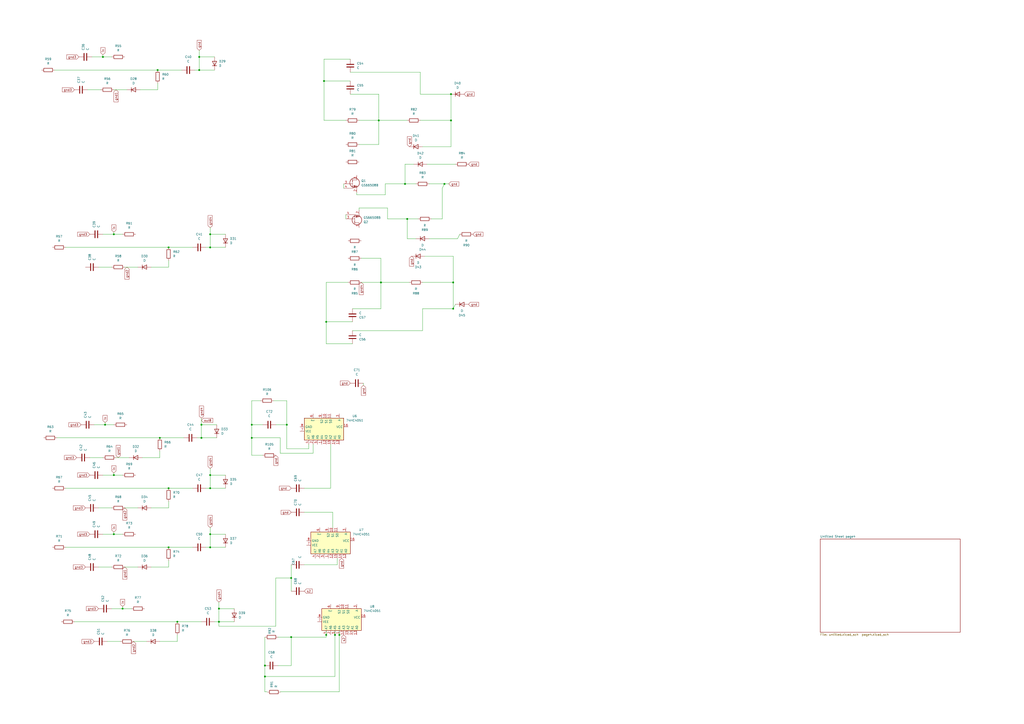
<source format=kicad_sch>
(kicad_sch (version 20231120) (generator "eeschema") (generator_version "8.0")
  (paper "A2")
  (lib_symbols
    (symbol "74xx:74HC4051"
      (property "Reference" "U" (at -5.08 11.43 0))
      (property "Value" "74HC4051" (at -7.62 -13.97 0))
      (symbol "74HC4051_0_1"
        (rectangle (start -5.08 10.16) (end 7.62 -12.7) (stroke (width 0.254)) (fill (type background)))
      )
      (symbol "74HC4051_1_1"
        (pin passive line (at 10.16 -2.54 180) (length 2.54) (name "A4") (number "1"))
        (pin input line (at -7.62 0 0) (length 2.54) (name "S1") (number "10"))
        (pin input line (at -7.62 2.54 0) (length 2.54) (name "S0") (number "11"))
        (pin passive line (at 10.16 0 180) (length 2.54) (name "A3") (number "12"))
        (pin passive line (at 10.16 7.62 180) (length 2.54) (name "A0") (number "13"))
        (pin passive line (at 10.16 5.08 180) (length 2.54) (name "A1") (number "14"))
        (pin passive line (at 10.16 2.54 180) (length 2.54) (name "A2") (number "15"))
        (pin power_in line (at 0 12.7 270) (length 2.54) (name "VCC") (number "16"))
        (pin passive line (at 10.16 -7.62 180) (length 2.54) (name "A6") (number "2"))
        (pin passive line (at -7.62 7.62 0) (length 2.54) (name "A") (number "3"))
        (pin passive line (at 10.16 -10.16 180) (length 2.54) (name "A7") (number "4"))
        (pin passive line (at 10.16 -5.08 180) (length 2.54) (name "A5") (number "5"))
        (pin input line (at -7.62 -7.62 0) (length 2.54) (name "~{E}") (number "6"))
        (pin power_in line (at 2.54 -15.24 90) (length 2.54) (name "VEE") (number "7"))
        (pin power_in line (at 0 -15.24 90) (length 2.54) (name "GND") (number "8"))
        (pin input line (at -7.62 -2.54 0) (length 2.54) (name "S2") (number "9"))
      )
    )
    (symbol "Device:C" (pin_numbers hide) (pin_names (offset 0.254))
      (property "Reference" "C" (at 0.635 2.54 0))
      (property "Value" "C" (at 0.635 -2.54 0))
      (symbol "C_0_1"
        (polyline (pts (xy -2.032 -0.762) (xy 2.032 -0.762)) (stroke (width 0.508)))
        (polyline (pts (xy -2.032 0.762) (xy 2.032 0.762)) (stroke (width 0.508)))
      )
      (symbol "C_1_1"
        (pin passive line (at 0 3.81 270) (length 2.794) (name "~") (number "1"))
        (pin passive line (at 0 -3.81 90) (length 2.794) (name "~") (number "2"))
      )
    )
    (symbol "Device:D" (pin_numbers hide) (pin_names (offset 1.016) hide)
      (property "Reference" "D" (at 0 2.54 0))
      (property "Value" "D" (at 0 -2.54 0))
      (symbol "D_0_1"
        (polyline (pts (xy -1.27 1.27) (xy -1.27 -1.27)) (stroke (width 0.254)))
        (polyline (pts (xy 1.27 0) (xy -1.27 0)))
        (polyline (pts (xy 1.27 1.27) (xy 1.27 -1.27) (xy -1.27 0) (xy 1.27 1.27)) (stroke (width 0.254)))
      )
      (symbol "D_1_1"
        (pin passive line (at -3.81 0 0) (length 2.54) (name "K") (number "1"))
        (pin passive line (at 3.81 0 180) (length 2.54) (name "A") (number "2"))
      )
    )
    (symbol "Device:R" (pin_numbers hide) (pin_names (offset 0))
      (property "Reference" "R" (at 2.032 0 90))
      (property "Value" "R" (at 0 0 90))
      (symbol "R_0_1"
        (rectangle (start -1.016 -2.54) (end 1.016 2.54) (stroke (width 0.254)))
      )
      (symbol "R_1_1"
        (pin passive line (at 0 3.81 270) (length 1.27) (name "~") (number "1"))
        (pin passive line (at 0 -3.81 90) (length 1.27) (name "~") (number "2"))
      )
    )
    (symbol "Transistor_FET:GS66508B" (pin_names (offset 0) hide)
      (property "Reference" "Q" (at 5.08 1.905 0))
      (property "Value" "GS66508B" (at 5.08 0 0))
      (symbol "GS66508B_0_1"
        (polyline (pts (xy -2.54 -2.54) (xy 0 -2.54)))
        (polyline (pts (xy 0 -2.54) (xy 2.54 -1.27)))
        (polyline (pts (xy 0 0) (xy -2.54 0)))
        (polyline (pts (xy 0 2.286) (xy 2.54 2.286)))
        (polyline (pts (xy 2.54 -2.54) (xy 2.54 -1.27)))
        (polyline (pts (xy 2.54 -1.27) (xy 0 -1.27)))
        (polyline (pts (xy 2.54 2.286) (xy 2.54 2.54)))
        (polyline (pts (xy 1.905 -1.27) (xy 0.889 -0.889) (xy 0.889 -1.651) (xy 1.905 -1.27)) (fill (type outline)))
        (circle (center 1.27 0.635) (radius 2.794) (stroke (width 0.254)))
        (circle (center 2.54 -1.27) (radius 0.127))
      )
      (symbol "GS66508B_1_1"
        (polyline (pts (xy 0 -0.889) (xy 0 -1.524)) (stroke (width 0.254)))
        (polyline (pts (xy 0 0.254) (xy 0 -0.254)) (stroke (width 0.254)))
        (polyline (pts (xy 0 0.889) (xy 0 2.54)) (stroke (width 0.254)))
        (pin passive line (at 2.54 5.08 270) (length 2.54) (name "D") (number "1"))
        (pin passive line (at 2.54 -5.08 90) (length 2.54) (name "S") (number "2"))
        (pin input line (at -5.08 0 0) (length 2.54) (name "G") (number "3"))
        (pin passive line (at -5.08 -2.54 0) (length 2.54) (name "SS") (number "4"))
      )
    )
  )
  (junction (at 66.04 309.88))
  (junction (at 234.95 106.68))
  (junction (at 121.92 283.21))
  (junction (at 166.37 246.38))
  (junction (at 71.12 353.06))
  (junction (at 146.05 254))
  (junction (at 189.23 186.69))
  (junction (at 121.92 143.51))
  (junction (at 66.04 135.89))
  (junction (at 127 353.06))
  (junction (at 153.67 392.43))
  (junction (at 261.62 54.61))
  (junction (at 194.31 368.3))
  (junction (at 219.71 69.85))
  (junction (at 91.44 40.64))
  (junction (at 102.87 360.68))
  (junction (at 60.96 246.38))
  (junction (at 153.67 386.08))
  (junction (at 115.57 33.02))
  (junction (at 121.92 317.5))
  (junction (at 92.71 254))
  (junction (at 97.79 143.51))
  (junction (at 115.57 40.64))
  (junction (at 257.81 106.68))
  (junction (at 262.89 163.83))
  (junction (at 196.85 368.3))
  (junction (at 59.69 33.02))
  (junction (at 121.92 135.89))
  (junction (at 236.22 127))
  (junction (at 187.96 46.99))
  (junction (at 168.91 369.57))
  (junction (at 261.62 69.85))
  (junction (at 116.84 246.38))
  (junction (at 116.84 254))
  (junction (at 220.98 163.83))
  (junction (at 66.04 275.59))
  (junction (at 97.79 283.21))
  (junction (at 262.89 179.07))
  (junction (at 146.05 246.38))
  (junction (at 189.23 368.3))
  (junction (at 168.91 335.28))
  (junction (at 97.79 317.5))
  (junction (at 121.92 309.88))
  (junction (at 121.92 275.59))
  (junction (at 127 360.68))
  (wire (pts (xy 161.29 369.57) (xy 168.91 369.57)))
  (wire (pts (xy 66.04 135.89) (xy 71.12 135.89)))
  (wire (pts (xy 261.62 85.09) (xy 245.11 85.09)))
  (wire (pts (xy 31.75 40.64) (xy 91.44 40.64)))
  (wire (pts (xy 121.92 135.89) (xy 121.92 132.08)))
  (wire (pts (xy 224.79 120.65) (xy 208.28 120.65)))
  (wire (pts (xy 102.87 360.68) (xy 116.84 360.68)))
  (wire (pts (xy 209.55 163.83) (xy 220.98 163.83)))
  (wire (pts (xy 60.96 245.11) (xy 60.96 246.38)))
  (wire (pts (xy 130.81 309.88) (xy 121.92 309.88)))
  (wire (pts (xy 92.71 372.11) (xy 102.87 372.11)))
  (wire (pts (xy 153.67 386.08) (xy 153.67 392.43)))
  (wire (pts (xy 125.73 246.38) (xy 116.84 246.38)))
  (wire (pts (xy 38.1 283.21) (xy 97.79 283.21)))
  (wire (pts (xy 256.54 109.22) (xy 257.81 106.68)))
  (wire (pts (xy 152.4 246.38) (xy 146.05 246.38)))
  (wire (pts (xy 113.03 40.64) (xy 115.57 40.64)))
  (wire (pts (xy 146.05 264.16) (xy 152.4 264.16)))
  (wire (pts (xy 127 360.68) (xy 135.89 360.68)))
  (wire (pts (xy 62.23 372.11) (xy 69.85 372.11)))
  (wire (pts (xy 97.79 143.51) (xy 111.76 143.51)))
  (wire (pts (xy 121.92 143.51) (xy 130.81 143.51)))
  (wire (pts (xy 91.44 52.07) (xy 91.44 48.26)))
  (wire (pts (xy 168.91 335.28) (xy 168.91 327.66)))
  (wire (pts (xy 67.31 265.43) (xy 74.93 265.43)))
  (wire (pts (xy 57.15 294.64) (xy 64.77 294.64)))
  (wire (pts (xy 187.96 69.85) (xy 200.66 69.85)))
  (wire (pts (xy 119.38 143.51) (xy 121.92 143.51)))
  (wire (pts (xy 66.04 274.32) (xy 66.04 275.59)))
  (wire (pts (xy 119.38 317.5) (xy 121.92 317.5)))
  (wire (pts (xy 160.02 363.22) (xy 160.02 335.28)))
  (wire (pts (xy 166.37 246.38) (xy 166.37 260.35)))
  (wire (pts (xy 59.69 275.59) (xy 66.04 275.59)))
  (wire (pts (xy 257.81 106.68) (xy 260.35 106.68)))
  (wire (pts (xy 262.89 163.83) (xy 262.89 148.59)))
  (wire (pts (xy 66.04 52.07) (xy 73.66 52.07)))
  (wire (pts (xy 191.77 283.21) (xy 191.77 257.81)))
  (wire (pts (xy 72.39 294.64) (xy 80.01 294.64)))
  (wire (pts (xy 146.05 254) (xy 146.05 264.16)))
  (wire (pts (xy 210.82 222.25) (xy 210.82 223.52)))
  (wire (pts (xy 219.71 69.85) (xy 236.22 69.85)))
  (wire (pts (xy 91.44 40.64) (xy 105.41 40.64)))
  (wire (pts (xy 115.57 33.02) (xy 115.57 40.64)))
  (wire (pts (xy 243.84 41.91) (xy 243.84 54.61)))
  (wire (pts (xy 248.92 106.68) (xy 257.81 106.68)))
  (wire (pts (xy 194.31 392.43) (xy 194.31 368.3)))
  (wire (pts (xy 204.47 186.69) (xy 189.23 186.69)))
  (wire (pts (xy 43.18 360.68) (xy 102.87 360.68)))
  (wire (pts (xy 50.8 52.07) (xy 58.42 52.07)))
  (wire (pts (xy 219.71 83.82) (xy 208.28 83.82)))
  (wire (pts (xy 38.1 317.5) (xy 97.79 317.5)))
  (wire (pts (xy 189.23 368.3) (xy 189.23 365.76)))
  (wire (pts (xy 168.91 386.08) (xy 168.91 369.57)))
  (wire (pts (xy 199.39 106.68) (xy 199.39 109.22)))
  (wire (pts (xy 116.84 246.38) (xy 116.84 242.57)))
  (wire (pts (xy 92.71 254) (xy 106.68 254)))
  (wire (pts (xy 162.56 254) (xy 162.56 262.89)))
  (wire (pts (xy 82.55 265.43) (xy 92.71 265.43)))
  (wire (pts (xy 97.79 283.21) (xy 111.76 283.21)))
  (wire (pts (xy 127 360.68) (xy 127 363.22)))
  (wire (pts (xy 204.47 191.77) (xy 245.11 191.77)))
  (wire (pts (xy 57.15 154.94) (xy 64.77 154.94)))
  (wire (pts (xy 194.31 368.3) (xy 194.31 365.76)))
  (wire (pts (xy 204.47 199.39) (xy 189.23 199.39)))
  (wire (pts (xy 203.2 34.29) (xy 187.96 34.29)))
  (wire (pts (xy 181.61 262.89) (xy 181.61 257.81)))
  (wire (pts (xy 57.15 328.93) (xy 64.77 328.93)))
  (wire (pts (xy 121.92 275.59) (xy 121.92 283.21)))
  (wire (pts (xy 219.71 54.61) (xy 219.71 69.85)))
  (wire (pts (xy 121.92 135.89) (xy 121.92 143.51)))
  (wire (pts (xy 158.75 232.41) (xy 166.37 232.41)))
  (wire (pts (xy 146.05 254) (xy 162.56 254)))
  (wire (pts (xy 243.84 54.61) (xy 261.62 54.61)))
  (wire (pts (xy 146.05 246.38) (xy 146.05 254)))
  (wire (pts (xy 102.87 372.11) (xy 102.87 368.3)))
  (wire (pts (xy 189.23 163.83) (xy 201.93 163.83)))
  (wire (pts (xy 265.43 138.43) (xy 266.7 135.89)))
  (wire (pts (xy 127 363.22) (xy 160.02 363.22)))
  (wire (pts (xy 114.3 254) (xy 116.84 254)))
  (wire (pts (xy 130.81 135.89) (xy 121.92 135.89)))
  (wire (pts (xy 187.96 46.99) (xy 187.96 69.85)))
  (wire (pts (xy 166.37 232.41) (xy 166.37 246.38)))
  (wire (pts (xy 223.52 106.68) (xy 223.52 113.03)))
  (wire (pts (xy 204.47 179.07) (xy 220.98 179.07)))
  (wire (pts (xy 236.22 127) (xy 224.79 127)))
  (wire (pts (xy 162.56 262.89) (xy 181.61 262.89)))
  (wire (pts (xy 64.77 353.06) (xy 71.12 353.06)))
  (wire (pts (xy 59.69 309.88) (xy 66.04 309.88)))
  (wire (pts (xy 121.92 275.59) (xy 121.92 271.78)))
  (wire (pts (xy 166.37 260.35) (xy 179.07 260.35)))
  (wire (pts (xy 219.71 69.85) (xy 219.71 83.82)))
  (wire (pts (xy 176.53 327.66) (xy 195.58 327.66)))
  (wire (pts (xy 121.92 317.5) (xy 130.81 317.5)))
  (wire (pts (xy 66.04 308.61) (xy 66.04 309.88)))
  (wire (pts (xy 179.07 260.35) (xy 179.07 257.81)))
  (wire (pts (xy 196.85 368.3) (xy 196.85 365.76)))
  (wire (pts (xy 223.52 113.03) (xy 207.01 113.03)))
  (wire (pts (xy 153.67 392.43) (xy 153.67 401.32)))
  (wire (pts (xy 196.85 368.3) (xy 196.85 401.32)))
  (wire (pts (xy 92.71 265.43) (xy 92.71 261.62)))
  (wire (pts (xy 71.12 353.06) (xy 76.2 353.06)))
  (wire (pts (xy 220.98 179.07) (xy 220.98 163.83)))
  (wire (pts (xy 119.38 283.21) (xy 121.92 283.21)))
  (wire (pts (xy 176.53 297.18) (xy 193.04 297.18)))
  (wire (pts (xy 121.92 309.88) (xy 121.92 306.07)))
  (wire (pts (xy 127 353.06) (xy 127 349.25)))
  (wire (pts (xy 81.28 52.07) (xy 91.44 52.07)))
  (wire (pts (xy 203.2 46.99) (xy 187.96 46.99)))
  (wire (pts (xy 54.61 246.38) (xy 60.96 246.38)))
  (wire (pts (xy 53.34 33.02) (xy 59.69 33.02)))
  (wire (pts (xy 72.39 154.94) (xy 80.01 154.94)))
  (wire (pts (xy 97.79 317.5) (xy 111.76 317.5)))
  (wire (pts (xy 189.23 163.83) (xy 189.23 186.69)))
  (wire (pts (xy 66.04 275.59) (xy 71.12 275.59)))
  (wire (pts (xy 207.01 113.03) (xy 207.01 111.76)))
  (wire (pts (xy 262.89 148.59) (xy 246.38 148.59)))
  (wire (pts (xy 33.02 254) (xy 92.71 254)))
  (wire (pts (xy 116.84 254) (xy 125.73 254)))
  (wire (pts (xy 234.95 95.25) (xy 240.03 95.25)))
  (wire (pts (xy 116.84 246.38) (xy 116.84 254)))
  (wire (pts (xy 153.67 369.57) (xy 153.67 386.08)))
  (wire (pts (xy 115.57 33.02) (xy 115.57 29.21)))
  (wire (pts (xy 256.54 127) (xy 256.54 109.22)))
  (wire (pts (xy 127 353.06) (xy 127 360.68)))
  (wire (pts (xy 146.05 232.41) (xy 146.05 246.38)))
  (wire (pts (xy 189.23 186.69) (xy 189.23 199.39)))
  (wire (pts (xy 87.63 328.93) (xy 97.79 328.93)))
  (wire (pts (xy 208.28 69.85) (xy 219.71 69.85)))
  (wire (pts (xy 59.69 33.02) (xy 64.77 33.02)))
  (wire (pts (xy 160.02 335.28) (xy 168.91 335.28)))
  (wire (pts (xy 124.46 33.02) (xy 115.57 33.02)))
  (wire (pts (xy 121.92 309.88) (xy 121.92 317.5)))
  (wire (pts (xy 153.67 392.43) (xy 194.31 392.43)))
  (wire (pts (xy 160.02 246.38) (xy 166.37 246.38)))
  (wire (pts (xy 224.79 127) (xy 224.79 120.65)))
  (wire (pts (xy 59.69 31.75) (xy 59.69 33.02)))
  (wire (pts (xy 220.98 163.83) (xy 237.49 163.83)))
  (wire (pts (xy 245.11 191.77) (xy 245.11 179.07)))
  (wire (pts (xy 265.43 138.43) (xy 248.92 138.43)))
  (wire (pts (xy 121.92 283.21) (xy 130.81 283.21)))
  (wire (pts (xy 262.89 179.07) (xy 264.16 176.53)))
  (wire (pts (xy 236.22 127) (xy 236.22 138.43)))
  (wire (pts (xy 203.2 54.61) (xy 219.71 54.61)))
  (wire (pts (xy 168.91 369.57) (xy 189.23 369.57)))
  (wire (pts (xy 130.81 275.59) (xy 121.92 275.59)))
  (wire (pts (xy 203.2 41.91) (xy 243.84 41.91)))
  (wire (pts (xy 52.07 265.43) (xy 59.69 265.43)))
  (wire (pts (xy 264.16 95.25) (xy 247.65 95.25)))
  (wire (pts (xy 124.46 360.68) (xy 127 360.68)))
  (wire (pts (xy 71.12 351.79) (xy 71.12 353.06)))
  (wire (pts (xy 87.63 154.94) (xy 97.79 154.94)))
  (wire (pts (xy 187.96 34.29) (xy 187.96 46.99)))
  (wire (pts (xy 195.58 323.85) (xy 195.58 327.66)))
  (wire (pts (xy 151.13 232.41) (xy 146.05 232.41)))
  (wire (pts (xy 38.1 143.51) (xy 97.79 143.51)))
  (wire (pts (xy 236.22 138.43) (xy 241.3 138.43)))
  (wire (pts (xy 220.98 163.83) (xy 220.98 149.86)))
  (wire (pts (xy 176.53 283.21) (xy 191.77 283.21)))
  (wire (pts (xy 208.28 120.65) (xy 208.28 121.92)))
  (wire (pts (xy 200.66 127) (xy 200.66 124.46)))
  (wire (pts (xy 60.96 246.38) (xy 66.04 246.38)))
  (wire (pts (xy 66.04 309.88) (xy 71.12 309.88)))
  (wire (pts (xy 135.89 353.06) (xy 127 353.06)))
  (wire (pts (xy 241.3 106.68) (xy 234.95 106.68)))
  (wire (pts (xy 243.84 69.85) (xy 261.62 69.85)))
  (wire (pts (xy 261.62 69.85) (xy 261.62 54.61)))
  (wire (pts (xy 59.69 135.89) (xy 66.04 135.89)))
  (wire (pts (xy 168.91 342.9) (xy 168.91 335.28)))
  (wire (pts (xy 261.62 69.85) (xy 261.62 85.09)))
  (wire (pts (xy 245.11 163.83) (xy 262.89 163.83)))
  (wire (pts (xy 77.47 372.11) (xy 85.09 372.11)))
  (wire (pts (xy 245.11 179.07) (xy 262.89 179.07)))
  (wire (pts (xy 242.57 127) (xy 236.22 127)))
  (wire (pts (xy 97.79 294.64) (xy 97.79 290.83)))
  (wire (pts (xy 262.89 163.83) (xy 262.89 179.07)))
  (wire (pts (xy 193.04 297.18) (xy 193.04 306.07)))
  (wire (pts (xy 87.63 294.64) (xy 97.79 294.64)))
  (wire (pts (xy 189.23 369.57) (xy 189.23 368.3)))
  (wire (pts (xy 66.04 134.62) (xy 66.04 135.89)))
  (wire (pts (xy 97.79 154.94) (xy 97.79 151.13)))
  (wire (pts (xy 115.57 40.64) (xy 124.46 40.64)))
  (wire (pts (xy 97.79 328.93) (xy 97.79 325.12)))
  (wire (pts (xy 154.94 401.32) (xy 153.67 401.32)))
  (wire (pts (xy 161.29 386.08) (xy 168.91 386.08)))
  (wire (pts (xy 250.19 127) (xy 256.54 127)))
  (wire (pts (xy 72.39 328.93) (xy 80.01 328.93)))
  (wire (pts (xy 234.95 106.68) (xy 223.52 106.68)))
  (wire (pts (xy 234.95 106.68) (xy 234.95 95.25)))
  (wire (pts (xy 220.98 149.86) (xy 209.55 149.86)))
  (wire (pts (xy 162.56 401.32) (xy 196.85 401.32)))
  (global_label "gnd" (shape input) (at 160.02 264.16 270) (property "Intersheetrefs" "${INTERSHEET_REFS}" (effects (hide yes))))
  (global_label "gnd3" (shape input) (at 54.61 372.11 180) (property "Intersheetrefs" "${INTERSHEET_REFS}" (effects (hide yes))))
  (global_label "gnd3" (shape input) (at 43.18 52.07 180) (property "Intersheetrefs" "${INTERSHEET_REFS}" (effects (hide yes))))
  (global_label "gnd" (shape input) (at 269.24 54.61 0) (property "Intersheetrefs" "${INTERSHEET_REFS}" (effects (hide yes))))
  (global_label "gnd" (shape input) (at 210.82 223.52 270) (property "Intersheetrefs" "${INTERSHEET_REFS}" (effects (hide yes))))
  (global_label "gnd3" (shape input) (at 45.72 33.02 180) (property "Intersheetrefs" "${INTERSHEET_REFS}" (effects (hide yes))))
  (global_label "gnd4" (shape input) (at 121.92 306.07 90) (property "Intersheetrefs" "${INTERSHEET_REFS}" (effects (hide yes))))
  (global_label "gnd3" (shape input) (at 49.53 294.64 180) (property "Intersheetrefs" "${INTERSHEET_REFS}" (effects (hide yes))))
  (global_label "in" (shape input) (at 59.69 31.75 90) (property "Intersheetrefs" "${INTERSHEET_REFS}" (effects (hide yes))))
  (global_label "gnd" (shape input) (at 198.12 323.85 270) (property "Intersheetrefs" "${INTERSHEET_REFS}" (effects (hide yes))))
  (global_label "gnd4" (shape input) (at 127 349.25 90) (property "Intersheetrefs" "${INTERSHEET_REFS}" (effects (hide yes))))
  (global_label "gnd3" (shape input) (at 52.07 275.59 180) (property "Intersheetrefs" "${INTERSHEET_REFS}" (effects (hide yes))))
  (global_label "gnd" (shape input) (at 238.76 148.59 270) (property "Intersheetrefs" "${INTERSHEET_REFS}" (effects (hide yes))))
  (global_label "gnd1" (shape input) (at 72.39 328.93 270) (property "Intersheetrefs" "${INTERSHEET_REFS}" (effects (hide yes))))
  (global_label "gnd1" (shape input) (at 67.31 52.07 270) (property "Intersheetrefs" "${INTERSHEET_REFS}" (effects (hide yes))))
  (global_label "in" (shape input) (at 71.12 351.79 90) (property "Intersheetrefs" "${INTERSHEET_REFS}" (effects (hide yes))))
  (global_label "gnd1" (shape input) (at 68.58 265.43 90) (property "Intersheetrefs" "${INTERSHEET_REFS}" (effects (hide yes))))
  (global_label "gnd4" (shape input) (at 121.92 132.08 90) (property "Intersheetrefs" "${INTERSHEET_REFS}" (effects (hide yes))))
  (global_label "gnd" (shape input) (at 115.57 29.21 90) (property "Intersheetrefs" "${INTERSHEET_REFS}" (effects (hide yes))))
  (global_label "out8" (shape input) (at 116.84 243.84 0) (property "Intersheetrefs" "${INTERSHEET_REFS}" (effects (hide yes))))
  (global_label "gnd3" (shape input) (at 49.53 328.93 180) (property "Intersheetrefs" "${INTERSHEET_REFS}" (effects (hide yes))))
  (global_label "gnd3" (shape input) (at 52.07 135.89 180) (property "Intersheetrefs" "${INTERSHEET_REFS}" (effects (hide yes))))
  (global_label "gnd4" (shape input) (at 209.55 163.83 270) (property "Intersheetrefs" "${INTERSHEET_REFS}" (effects (hide yes))))
  (global_label "gnd" (shape input) (at 274.32 135.89 0) (property "Intersheetrefs" "${INTERSHEET_REFS}" (effects (hide yes))))
  (global_label "s2" (shape input) (at 176.53 342.9 0) (property "Intersheetrefs" "${INTERSHEET_REFS}" (effects (hide yes))))
  (global_label "gnd" (shape input) (at 271.78 176.53 0) (property "Intersheetrefs" "${INTERSHEET_REFS}" (effects (hide yes))))
  (global_label "gnd " (shape input) (at 168.91 283.21 180) (property "Intersheetrefs" "${INTERSHEET_REFS}" (effects (hide yes))))
  (global_label "gnd" (shape input) (at 168.91 297.18 180) (property "Intersheetrefs" "${INTERSHEET_REFS}" (effects (hide yes))))
  (global_label "in" (shape input) (at 66.04 274.32 90) (property "Intersheetrefs" "${INTERSHEET_REFS}" (effects (hide yes))))
  (global_label "gnd2" (shape input) (at 72.39 294.64 270) (property "Intersheetrefs" "${INTERSHEET_REFS}" (effects (hide yes))))
  (global_label "gnd" (shape input) (at 237.49 85.09 90) (property "Intersheetrefs" "${INTERSHEET_REFS}" (effects (hide yes))))
  (global_label "gnd3" (shape input) (at 44.45 265.43 180) (property "Intersheetrefs" "${INTERSHEET_REFS}" (effects (hide yes))))
  (global_label "in" (shape input) (at 66.04 308.61 90) (property "Intersheetrefs" "${INTERSHEET_REFS}" (effects (hide yes))))
  (global_label "gnd3" (shape input) (at 52.07 309.88 180) (property "Intersheetrefs" "${INTERSHEET_REFS}" (effects (hide yes))))
  (global_label "gnd2" (shape input) (at 73.66 154.94 270) (property "Intersheetrefs" "${INTERSHEET_REFS}" (effects (hide yes))))
  (global_label "gnd4" (shape input) (at 116.84 242.57 90) (property "Intersheetrefs" "${INTERSHEET_REFS}" (effects (hide yes))))
  (global_label "gnd4" (shape input) (at 121.92 271.78 90) (property "Intersheetrefs" "${INTERSHEET_REFS}" (effects (hide yes))))
  (global_label "in" (shape input) (at 60.96 245.11 90) (property "Intersheetrefs" "${INTERSHEET_REFS}" (effects (hide yes))))
  (global_label "gnd3" (shape input) (at 46.99 246.38 180) (property "Intersheetrefs" "${INTERSHEET_REFS}" (effects (hide yes))))
  (global_label "gnd" (shape input) (at 260.35 106.68 0) (property "Intersheetrefs" "${INTERSHEET_REFS}" (effects (hide yes))))
  (global_label "gnd" (shape input) (at 271.78 95.25 0) (property "Intersheetrefs" "${INTERSHEET_REFS}" (effects (hide yes))))
  (global_label "gnd3" (shape input) (at 57.15 353.06 180) (property "Intersheetrefs" "${INTERSHEET_REFS}" (effects (hide yes))))
  (global_label "gnd2" (shape input) (at 77.47 372.11 270) (property "Intersheetrefs" "${INTERSHEET_REFS}" (effects (hide yes))))
  (global_label "in" (shape input) (at 66.04 134.62 90) (property "Intersheetrefs" "${INTERSHEET_REFS}" (effects (hide yes))))
  (global_label "s2" (shape input) (at 199.39 368.3 270) (property "Intersheetrefs" "${INTERSHEET_REFS}" (effects (hide yes))))
  (global_label "gnd" (shape input) (at 203.2 222.25 180) (property "Intersheetrefs" "${INTERSHEET_REFS}" (effects (hide yes))))
  (symbol (lib_id "Device:R") (at 29.21 254 90) (unit 1)
    (property "Reference" "R63" (at 29.21 247.65 90))
    (property "Value" "R" (at 29.21 250.19 90))
    (property "Description" "Resistor" (effects (hide yes)))
  )
  (symbol (lib_id "Device:C") (at 110.49 254 90) (unit 1)
    (property "Reference" "C44" (at 110.49 246.38 90))
    (property "Value" "C" (at 110.49 248.92 90))
    (property "Description" "Unpolarized capacitor" (effects (hide yes)))
  )
  (symbol (lib_id "Device:C") (at 115.57 143.51 90) (unit 1)
    (property "Reference" "C41" (at 115.57 135.89 90))
    (property "Value" "C" (at 115.57 138.43 90))
    (property "Description" "Unpolarized capacitor" (effects (hide yes)))
  )
  (symbol (lib_id "Device:C") (at 53.34 294.64 90) (unit 1)
    (property "Reference" "C45" (at 52.0699 290.83 0) (effects (justify left)))
    (property "Value" "C" (at 54.6099 290.83 0) (effects (justify left)))
    (property "Footprint" "Capacitor_SMD:C_1206_3216Metric_Pad1.33x1.80mm_HandSolder" (effects (hide yes)))
    (property "Description" "Unpolarized capacitor" (effects (hide yes)))
  )
  (symbol (lib_id "Device:C") (at 53.34 328.93 90) (unit 1)
    (property "Reference" "C48" (at 52.0699 325.12 0) (effects (justify left)))
    (property "Value" "C" (at 54.6099 325.12 0) (effects (justify left)))
    (property "Footprint" "Capacitor_SMD:C_1206_3216Metric_Pad1.33x1.80mm_HandSolder" (effects (hide yes)))
    (property "Description" "Unpolarized capacitor" (effects (hide yes)))
  )
  (symbol (lib_id "Device:C") (at 53.34 154.94 90) (unit 1)
    (property "Reference" "C38" (at 52.0699 151.13 0) (effects (justify left)))
    (property "Value" "C" (at 54.6099 151.13 0) (effects (justify left)))
    (property "Footprint" "Capacitor_SMD:C_1206_3216Metric_Pad1.33x1.80mm_HandSolder" (effects (hide yes)))
    (property "Description" "Unpolarized capacitor" (effects (hide yes)))
  )
  (symbol (lib_id "Device:R") (at 240.03 69.85 90) (unit 1)
    (property "Reference" "R82" (at 240.03 63.5 90))
    (property "Value" "R" (at 240.03 66.04 90))
    (property "Description" "Resistor" (effects (hide yes)))
  )
  (symbol (lib_id "Device:D") (at 245.11 138.43 0) (mirror x) (unit 1)
    (property "Reference" "D44" (at 245.11 144.78 0))
    (property "Value" "D" (at 245.11 142.24 0))
    (property "Description" "Diode" (effects (hide yes)))
    (property "Sim.Device" "D" (effects (hide yes)))
    (property "Sim.Pins" "1=K 2=A" (effects (hide yes)))
  )
  (symbol (lib_id "Device:R") (at 156.21 264.16 90) (unit 1)
    (property "Reference" "R105" (at 156.21 257.81 90))
    (property "Value" "R" (at 156.21 260.35 90))
    (property "Description" "Resistor" (effects (hide yes)))
  )
  (symbol (lib_id "Device:C") (at 49.53 33.02 90) (unit 1)
    (property "Reference" "C36" (at 48.2599 29.21 0) (effects (justify left)))
    (property "Value" "C" (at 50.7999 29.21 0) (effects (justify left)))
    (property "Footprint" "Capacitor_SMD:C_1206_3216Metric_Pad1.33x1.80mm_HandSolder" (effects (hide yes)))
    (property "Description" "Unpolarized capacitor" (effects (hide yes)))
  )
  (symbol (lib_id "Device:R") (at 73.66 372.11 90) (unit 1)
    (property "Reference" "R76" (at 73.66 365.76 90))
    (property "Value" "R" (at 73.66 368.3 90))
    (property "Footprint" "Resistor_THT:R_Axial_DIN0414_L11.9mm_D4.5mm_P15.24mm_Horizontal" (effects (hide yes)))
    (property "Description" "Resistor" (effects (hide yes)))
  )
  (symbol (lib_id "Transistor_FET:GS66508B") (at 205.74 127 0) (mirror x) (unit 1)
    (property "Reference" "Q2" (at 210.82 128.7781 0) (effects (justify left)))
    (property "Value" "GS66508B" (at 210.82 126.2381 0) (effects (justify left)))
    (property "Footprint" "Transistor_Power:GaN_Systems_GaNPX-4_7x8.4mm" (effects (hide yes)))
    (property "Datasheet" "https://gansystems.com/wp-content/uploads/2020/04/GS66508B-DS-Rev-200402.pdf" (effects (hide yes)))
    (property "Description" "Bottom-side cooled 650 V E-mode GaN transistor, 30A Id, GaN_PX" (effects (hide yes)))
  )
  (symbol (lib_id "Device:C") (at 109.22 40.64 90) (unit 1)
    (property "Reference" "C40" (at 109.22 33.02 90))
    (property "Value" "C" (at 109.22 35.56 90))
    (property "Description" "Unpolarized capacitor" (effects (hide yes)))
  )
  (symbol (lib_id "Device:R") (at 69.85 246.38 90) (unit 1)
    (property "Reference" "R65" (at 69.85 240.03 90))
    (property "Value" "R" (at 69.85 242.57 90))
    (property "Footprint" "Resistor_THT:R_Axial_DIN0414_L11.9mm_D4.5mm_P15.24mm_Horizontal" (effects (hide yes)))
    (property "Description" "Resistor" (effects (hide yes)))
  )
  (symbol (lib_id "Device:R") (at 68.58 33.02 90) (unit 1)
    (property "Reference" "R55" (at 68.58 26.67 90))
    (property "Value" "R" (at 68.58 29.21 90))
    (property "Footprint" "Resistor_THT:R_Axial_DIN0414_L11.9mm_D4.5mm_P15.24mm_Horizontal" (effects (hide yes)))
    (property "Description" "Resistor" (effects (hide yes)))
  )
  (symbol (lib_id "Device:R") (at 204.47 93.98 90) (unit 1)
    (property "Reference" "R81" (at 204.47 87.63 90))
    (property "Value" "R" (at 204.47 90.17 90))
    (property "Description" "Resistor" (effects (hide yes)))
  )
  (symbol (lib_id "Device:C") (at 58.42 372.11 90) (unit 1)
    (property "Reference" "C51" (at 57.1499 368.3 0) (effects (justify left)))
    (property "Value" "C" (at 59.6899 368.3 0) (effects (justify left)))
    (property "Footprint" "Capacitor_SMD:C_1206_3216Metric_Pad1.33x1.80mm_HandSolder" (effects (hide yes)))
    (property "Description" "Unpolarized capacitor" (effects (hide yes)))
  )
  (symbol (lib_id "Device:D") (at 135.89 356.87 90) (unit 1)
    (property "Reference" "D39" (at 138.43 355.5999 90) (effects (justify right)))
    (property "Value" "D" (at 138.43 358.1399 90) (effects (justify right)))
    (property "Description" "Diode" (effects (hide yes)))
    (property "Sim.Device" "D" (effects (hide yes)))
    (property "Sim.Pins" "1=K 2=A" (effects (hide yes)))
  )
  (symbol (lib_id "Device:R") (at 241.3 163.83 90) (mirror x) (unit 1)
    (property "Reference" "R88" (at 241.3 170.18 90))
    (property "Value" "R" (at 241.3 167.64 90))
    (property "Description" "Resistor" (effects (hide yes)))
  )
  (symbol (lib_id "Device:C") (at 55.88 135.89 90) (unit 1)
    (property "Reference" "C39" (at 54.6099 132.08 0) (effects (justify left)))
    (property "Value" "C" (at 57.1499 132.08 0) (effects (justify left)))
    (property "Footprint" "Capacitor_SMD:C_1206_3216Metric_Pad1.33x1.80mm_HandSolder" (effects (hide yes)))
    (property "Description" "Unpolarized capacitor" (effects (hide yes)))
  )
  (symbol (lib_id "Device:R") (at 154.94 232.41 90) (unit 1)
    (property "Reference" "R106" (at 154.94 226.06 90))
    (property "Value" "R" (at 154.94 228.6 90))
    (property "Description" "Resistor" (effects (hide yes)))
  )
  (symbol (lib_id "Device:R") (at 34.29 283.21 90) (unit 1)
    (property "Reference" "R67" (at 34.29 276.86 90))
    (property "Value" "R" (at 34.29 279.4 90))
    (property "Description" "Resistor" (effects (hide yes)))
  )
  (symbol (lib_id "Device:R") (at 267.97 95.25 90) (unit 1)
    (property "Reference" "R84" (at 267.97 88.9 90))
    (property "Value" "R" (at 267.97 91.44 90))
    (property "Description" "Resistor" (effects (hide yes)))
  )
  (symbol (lib_id "Device:R") (at 74.93 275.59 90) (unit 1)
    (property "Reference" "R69" (at 74.93 269.24 90))
    (property "Value" "R" (at 74.93 271.78 90))
    (property "Footprint" "Resistor_THT:R_Axial_DIN0414_L11.9mm_D4.5mm_P15.24mm_Horizontal" (effects (hide yes)))
    (property "Description" "Resistor" (effects (hide yes)))
  )
  (symbol (lib_id "Device:C") (at 207.01 222.25 90) (unit 1)
    (property "Reference" "C71" (at 207.01 214.63 90))
    (property "Value" "C" (at 207.01 217.17 90))
    (property "Description" "Unpolarized capacitor" (effects (hide yes)))
  )
  (symbol (lib_id "Device:D") (at 83.82 154.94 0) (unit 1)
    (property "Reference" "D30" (at 83.82 148.59 0))
    (property "Value" "D" (at 83.82 151.13 0))
    (property "Description" "Diode" (effects (hide yes)))
    (property "Sim.Device" "D" (effects (hide yes)))
    (property "Sim.Pins" "1=K 2=A" (effects (hide yes)))
  )
  (symbol (lib_id "Device:R") (at 205.74 163.83 90) (mirror x) (unit 1)
    (property "Reference" "R85" (at 205.74 170.18 90))
    (property "Value" "R" (at 205.74 167.64 90))
    (property "Description" "Resistor" (effects (hide yes)))
  )
  (symbol (lib_id "Device:D") (at 83.82 294.64 0) (unit 1)
    (property "Reference" "D34" (at 83.82 288.29 0))
    (property "Value" "D" (at 83.82 290.83 0))
    (property "Description" "Diode" (effects (hide yes)))
    (property "Sim.Device" "D" (effects (hide yes)))
    (property "Sim.Pins" "1=K 2=A" (effects (hide yes)))
  )
  (symbol (lib_id "Device:C") (at 203.2 38.1 0) (unit 1)
    (property "Reference" "C54" (at 207.01 36.8299 0) (effects (justify left)))
    (property "Value" "C" (at 207.01 39.3699 0) (effects (justify left)))
    (property "Description" "Unpolarized capacitor" (effects (hide yes)))
  )
  (symbol (lib_id "Device:D") (at 88.9 372.11 0) (unit 1)
    (property "Reference" "D38" (at 88.9 365.76 0))
    (property "Value" "D" (at 88.9 368.3 0))
    (property "Description" "Diode" (effects (hide yes)))
    (property "Sim.Device" "D" (effects (hide yes)))
    (property "Sim.Pins" "1=K 2=A" (effects (hide yes)))
  )
  (symbol (lib_id "Device:D") (at 124.46 36.83 90) (unit 1)
    (property "Reference" "D29" (at 127 35.5599 90) (effects (justify right)))
    (property "Value" "D" (at 127 38.0999 90) (effects (justify right)))
    (property "Description" "Diode" (effects (hide yes)))
    (property "Sim.Device" "D" (effects (hide yes)))
    (property "Sim.Pins" "1=K 2=A" (effects (hide yes)))
  )
  (symbol (lib_id "Device:D") (at 78.74 265.43 0) (unit 1)
    (property "Reference" "D32" (at 78.74 259.08 0))
    (property "Value" "D" (at 78.74 261.62 0))
    (property "Description" "Diode" (effects (hide yes)))
    (property "Sim.Device" "D" (effects (hide yes)))
    (property "Sim.Pins" "1=K 2=A" (effects (hide yes)))
  )
  (symbol (lib_id "Device:C") (at 50.8 246.38 90) (unit 1)
    (property "Reference" "C43" (at 49.5299 242.57 0) (effects (justify left)))
    (property "Value" "C" (at 52.0699 242.57 0) (effects (justify left)))
    (property "Footprint" "Capacitor_SMD:C_1206_3216Metric_Pad1.33x1.80mm_HandSolder" (effects (hide yes)))
    (property "Description" "Unpolarized capacitor" (effects (hide yes)))
  )
  (symbol (lib_id "Device:C") (at 172.72 327.66 90) (unit 1)
    (property "Reference" "C67" (at 170.1799 327.66 0) (effects (justify left)))
    (property "Value" "C" (at 173.9899 323.85 0) (effects (justify left)))
    (property "Description" "Unpolarized capacitor" (effects (hide yes)))
  )
  (symbol (lib_id "Device:R") (at 34.29 143.51 90) (unit 1)
    (property "Reference" "R57" (at 34.29 137.16 90))
    (property "Value" "R" (at 34.29 139.7 90))
    (property "Description" "Resistor" (effects (hide yes)))
  )
  (symbol (lib_id "Device:R") (at 62.23 52.07 90) (unit 1)
    (property "Reference" "R56" (at 62.23 45.72 90))
    (property "Value" "R" (at 62.23 48.26 90))
    (property "Footprint" "Resistor_THT:R_Axial_DIN0414_L11.9mm_D4.5mm_P15.24mm_Horizontal" (effects (hide yes)))
    (property "Description" "Resistor" (effects (hide yes)))
  )
  (symbol (lib_id "Device:C") (at 156.21 246.38 90) (unit 1)
    (property "Reference" "C72" (at 156.21 238.76 90))
    (property "Value" "C" (at 156.21 241.3 90))
    (property "Description" "Unpolarized capacitor" (effects (hide yes)))
  )
  (symbol (lib_id "Device:D") (at 265.43 54.61 0) (unit 1)
    (property "Reference" "D40" (at 265.43 48.26 0))
    (property "Value" "D" (at 265.43 50.8 0))
    (property "Description" "Diode" (effects (hide yes)))
    (property "Sim.Device" "D" (effects (hide yes)))
    (property "Sim.Pins" "1=K 2=A" (effects (hide yes)))
  )
  (symbol (lib_id "Device:R") (at 204.47 83.82 90) (unit 1)
    (property "Reference" "R80" (at 204.47 77.47 90))
    (property "Value" "R" (at 204.47 80.01 90))
    (property "Description" "Resistor" (effects (hide yes)))
  )
  (symbol (lib_id "Device:C") (at 172.72 283.21 90) (unit 1)
    (property "Reference" "C69" (at 171.4499 279.4 0) (effects (justify left)))
    (property "Value" "C" (at 173.9899 279.4 0) (effects (justify left)))
    (property "Description" "Unpolarized capacitor" (effects (hide yes)))
  )
  (symbol (lib_id "Device:R") (at 34.29 317.5 90) (unit 1)
    (property "Reference" "R71" (at 34.29 311.15 90))
    (property "Value" "R" (at 34.29 313.69 90))
    (property "Description" "Resistor" (effects (hide yes)))
  )
  (symbol (lib_id "Device:R") (at 205.74 149.86 90) (mirror x) (unit 1)
    (property "Reference" "R86" (at 205.74 156.21 90))
    (property "Value" "R" (at 205.74 153.67 90))
    (property "Description" "Resistor" (effects (hide yes)))
  )
  (symbol (lib_id "Device:R") (at 157.48 369.57 90) (unit 1)
    (property "Reference" "R92" (at 156.464 363.982 0) (effects (justify right)))
    (property "Value" "R" (at 158.7499 367.03 0) (effects (justify left)))
    (property "Description" "Resistor" (effects (hide yes)))
  )
  (symbol (lib_id "74xx:74HC4051") (at 193.04 313.69 270) (unit 1)
    (property "Reference" "U7" (at 209.55 307.3714 90))
    (property "Value" "74HC4051" (at 209.55 309.9114 90))
    (property "Datasheet" "http://www.ti.com/lit/ds/symlink/cd74hc4051.pdf" (effects (hide yes)))
    (property "Description" "8-channel analog multiplexer/demultiplexer, DIP-16/SOIC-16/TSSOP-16" (effects (hide yes)))
  )
  (symbol (lib_id "Device:R") (at 205.74 139.7 90) (mirror x) (unit 1)
    (property "Reference" "R87" (at 205.74 146.05 90))
    (property "Value" "R" (at 205.74 143.51 90))
    (property "Description" "Resistor" (effects (hide yes)))
  )
  (symbol (lib_id "Transistor_FET:GS66508B") (at 204.47 106.68 0) (unit 1)
    (property "Reference" "Q1" (at 209.55 104.9019 0) (effects (justify left)))
    (property "Value" "GS66508B" (at 209.55 107.4419 0) (effects (justify left)))
    (property "Footprint" "Transistor_Power:GaN_Systems_GaNPX-4_7x8.4mm" (effects (hide yes)))
    (property "Datasheet" "https://gansystems.com/wp-content/uploads/2020/04/GS66508B-DS-Rev-200402.pdf" (effects (hide yes)))
    (property "Description" "Bottom-side cooled 650 V E-mode GaN transistor, 30A Id, GaN_PX" (effects (hide yes)))
  )
  (symbol (lib_id "Device:C") (at 204.47 182.88 0) (mirror x) (unit 1)
    (property "Reference" "C57" (at 208.28 184.1501 0) (effects (justify left)))
    (property "Value" "C" (at 208.28 181.6101 0) (effects (justify left)))
    (property "Description" "Unpolarized capacitor" (effects (hide yes)))
  )
  (symbol (lib_id "Device:D") (at 130.81 279.4 90) (unit 1)
    (property "Reference" "D35" (at 133.35 278.1299 90) (effects (justify right)))
    (property "Value" "D" (at 133.35 280.6699 90) (effects (justify right)))
    (property "Description" "Diode" (effects (hide yes)))
    (property "Sim.Device" "D" (effects (hide yes)))
    (property "Sim.Pins" "1=K 2=A" (effects (hide yes)))
  )
  (symbol (lib_id "Device:R") (at 74.93 309.88 90) (unit 1)
    (property "Reference" "R73" (at 74.93 303.53 90))
    (property "Value" "R" (at 74.93 306.07 90))
    (property "Footprint" "Resistor_THT:R_Axial_DIN0414_L11.9mm_D4.5mm_P15.24mm_Horizontal" (effects (hide yes)))
    (property "Description" "Resistor" (effects (hide yes)))
  )
  (symbol (lib_id "Device:C") (at 203.2 50.8 0) (unit 1)
    (property "Reference" "C55" (at 207.01 49.5299 0) (effects (justify left)))
    (property "Value" "C" (at 207.01 52.0699 0) (effects (justify left)))
    (property "Description" "Unpolarized capacitor" (effects (hide yes)))
  )
  (symbol (lib_id "Device:R") (at 97.79 147.32 0) (unit 1)
    (property "Reference" "R62" (at 100.33 146.0499 0) (effects (justify left)))
    (property "Value" "R" (at 100.33 148.5899 0) (effects (justify left)))
    (property "Description" "Resistor" (effects (hide yes)))
  )
  (symbol (lib_id "Device:D") (at 130.81 139.7 90) (unit 1)
    (property "Reference" "D31" (at 133.35 138.4299 90) (effects (justify right)))
    (property "Value" "D" (at 133.35 140.9699 90) (effects (justify right)))
    (property "Description" "Diode" (effects (hide yes)))
    (property "Sim.Device" "D" (effects (hide yes)))
    (property "Sim.Pins" "1=K 2=A" (effects (hide yes)))
  )
  (symbol (lib_id "Device:R") (at 92.71 257.81 0) (unit 1)
    (property "Reference" "R66" (at 95.25 256.5399 0) (effects (justify left)))
    (property "Value" "R" (at 95.25 259.0799 0) (effects (justify left)))
    (property "Description" "Resistor" (effects (hide yes)))
  )
  (symbol (lib_id "Device:D") (at 130.81 313.69 90) (unit 1)
    (property "Reference" "D37" (at 133.35 312.4199 90) (effects (justify right)))
    (property "Value" "D" (at 133.35 314.9599 90) (effects (justify right)))
    (property "Description" "Diode" (effects (hide yes)))
    (property "Sim.Device" "D" (effects (hide yes)))
    (property "Sim.Pins" "1=K 2=A" (effects (hide yes)))
  )
  (symbol (lib_id "Device:C") (at 172.72 297.18 90) (unit 1)
    (property "Reference" "C70" (at 171.4499 293.37 0) (effects (justify left)))
    (property "Value" "C" (at 173.9899 293.37 0) (effects (justify left)))
    (property "Description" "Unpolarized capacitor" (effects (hide yes)))
  )
  (symbol (lib_id "Device:C") (at 157.48 386.08 90) (unit 1)
    (property "Reference" "C58" (at 157.48 378.46 90))
    (property "Value" "C" (at 157.48 381 90))
    (property "Description" "Unpolarized capacitor" (effects (hide yes)))
  )
  (symbol (lib_id "Device:R") (at 68.58 154.94 90) (unit 1)
    (property "Reference" "R58" (at 68.58 148.59 90))
    (property "Value" "R" (at 68.58 151.13 90))
    (property "Footprint" "Resistor_THT:R_Axial_DIN0414_L11.9mm_D4.5mm_P15.24mm_Horizontal" (effects (hide yes)))
    (property "Description" "Resistor" (effects (hide yes)))
  )
  (symbol (lib_id "Device:R") (at 245.11 106.68 90) (unit 1)
    (property "Reference" "R83" (at 245.11 100.33 90))
    (property "Value" "R" (at 245.11 102.87 90))
    (property "Description" "Resistor" (effects (hide yes)))
  )
  (symbol (lib_id "74xx:74HC4051") (at 189.23 247.65 270) (unit 1)
    (property "Reference" "U6" (at 205.74 241.3314 90))
    (property "Value" "74HC4051" (at 205.74 243.8714 90))
    (property "Datasheet" "http://www.ti.com/lit/ds/symlink/cd74hc4051.pdf" (effects (hide yes)))
    (property "Description" "8-channel analog multiplexer/demultiplexer, DIP-16/SOIC-16/TSSOP-16" (effects (hide yes)))
  )
  (symbol (lib_id "Device:R") (at 80.01 353.06 90) (unit 1)
    (property "Reference" "R77" (at 80.01 346.71 90))
    (property "Value" "R" (at 80.01 349.25 90))
    (property "Footprint" "Resistor_THT:R_Axial_DIN0414_L11.9mm_D4.5mm_P15.24mm_Horizontal" (effects (hide yes)))
    (property "Description" "Resistor" (effects (hide yes)))
  )
  (symbol (lib_id "Device:R") (at 270.51 135.89 90) (mirror x) (unit 1)
    (property "Reference" "R90" (at 270.51 142.24 90))
    (property "Value" "R" (at 270.51 139.7 90))
    (property "Description" "Resistor" (effects (hide yes)))
  )
  (symbol (lib_id "Device:C") (at 115.57 317.5 90) (unit 1)
    (property "Reference" "C50" (at 115.57 309.88 90))
    (property "Value" "C" (at 115.57 312.42 90))
    (property "Description" "Unpolarized capacitor" (effects (hide yes)))
  )
  (symbol (lib_id "Device:R") (at 63.5 265.43 90) (unit 1)
    (property "Reference" "R64" (at 63.5 259.08 90))
    (property "Value" "R" (at 63.5 261.62 90))
    (property "Footprint" "Resistor_THT:R_Axial_DIN0414_L11.9mm_D4.5mm_P15.24mm_Horizontal" (effects (hide yes)))
    (property "Description" "Resistor" (effects (hide yes)))
  )
  (symbol (lib_id "Device:R") (at 27.94 40.64 90) (unit 1)
    (property "Reference" "R59" (at 27.94 34.29 90))
    (property "Value" "R" (at 27.94 36.83 90))
    (property "Description" "Resistor" (effects (hide yes)))
  )
  (symbol (lib_id "Device:D") (at 83.82 328.93 0) (unit 1)
    (property "Reference" "D36" (at 83.82 322.58 0))
    (property "Value" "D" (at 83.82 325.12 0))
    (property "Description" "Diode" (effects (hide yes)))
    (property "Sim.Device" "D" (effects (hide yes)))
    (property "Sim.Pins" "1=K 2=A" (effects (hide yes)))
  )
  (symbol (lib_id "Device:D") (at 125.73 250.19 90) (unit 1)
    (property "Reference" "D33" (at 128.27 248.9199 90) (effects (justify right)))
    (property "Value" "D" (at 128.27 251.4599 90) (effects (justify right)))
    (property "Description" "Diode" (effects (hide yes)))
    (property "Sim.Device" "D" (effects (hide yes)))
    (property "Sim.Pins" "1=K 2=A" (effects (hide yes)))
  )
  (symbol (lib_id "Device:C") (at 55.88 275.59 90) (unit 1)
    (property "Reference" "C46" (at 54.6099 271.78 0) (effects (justify left)))
    (property "Value" "C" (at 57.1499 271.78 0) (effects (justify left)))
    (property "Footprint" "Capacitor_SMD:C_1206_3216Metric_Pad1.33x1.80mm_HandSolder" (effects (hide yes)))
    (property "Description" "Unpolarized capacitor" (effects (hide yes)))
  )
  (symbol (lib_id "Device:D") (at 243.84 95.25 0) (unit 1)
    (property "Reference" "D42" (at 243.84 88.9 0))
    (property "Value" "D" (at 243.84 91.44 0))
    (property "Description" "Diode" (effects (hide yes)))
    (property "Sim.Device" "D" (effects (hide yes)))
    (property "Sim.Pins" "1=K 2=A" (effects (hide yes)))
  )
  (symbol (lib_id "Device:R") (at 68.58 328.93 90) (unit 1)
    (property "Reference" "R72" (at 68.58 322.58 90))
    (property "Value" "R" (at 68.58 325.12 90))
    (property "Footprint" "Resistor_THT:R_Axial_DIN0414_L11.9mm_D4.5mm_P15.24mm_Horizontal" (effects (hide yes)))
    (property "Description" "Resistor" (effects (hide yes)))
  )
  (symbol (lib_id "Device:R") (at 39.37 360.68 90) (unit 1)
    (property "Reference" "R75" (at 39.37 354.33 90))
    (property "Value" "R" (at 39.37 356.87 90))
    (property "Description" "Resistor" (effects (hide yes)))
  )
  (symbol (lib_id "Device:D") (at 241.3 85.09 0) (unit 1)
    (property "Reference" "D41" (at 241.3 78.74 0))
    (property "Value" "D" (at 241.3 81.28 0))
    (property "Description" "Diode" (effects (hide yes)))
    (property "Sim.Device" "D" (effects (hide yes)))
    (property "Sim.Pins" "1=K 2=A" (effects (hide yes)))
  )
  (symbol (lib_id "Device:D") (at 77.47 52.07 0) (unit 1)
    (property "Reference" "D28" (at 77.47 45.72 0))
    (property "Value" "D" (at 77.47 48.26 0))
    (property "Description" "Diode" (effects (hide yes)))
    (property "Sim.Device" "D" (effects (hide yes)))
    (property "Sim.Pins" "1=K 2=A" (effects (hide yes)))
  )
  (symbol (lib_id "Device:R") (at 97.79 287.02 0) (unit 1)
    (property "Reference" "R70" (at 100.33 285.7499 0) (effects (justify left)))
    (property "Value" "R" (at 100.33 288.2899 0) (effects (justify left)))
    (property "Description" "Resistor" (effects (hide yes)))
  )
  (symbol (lib_id "Device:R") (at 246.38 127 90) (mirror x) (unit 1)
    (property "Reference" "R89" (at 246.38 133.35 90))
    (property "Value" "R" (at 246.38 130.81 90))
    (property "Description" "Resistor" (effects (hide yes)))
  )
  (symbol (lib_id "Device:R") (at 97.79 321.31 0) (unit 1)
    (property "Reference" "R74" (at 100.33 320.0399 0) (effects (justify left)))
    (property "Value" "R" (at 100.33 322.5799 0) (effects (justify left)))
    (property "Description" "Resistor" (effects (hide yes)))
  )
  (symbol (lib_id "Device:C") (at 115.57 283.21 90) (unit 1)
    (property "Reference" "C47" (at 115.57 275.59 90))
    (property "Value" "C" (at 115.57 278.13 90))
    (property "Description" "Unpolarized capacitor" (effects (hide yes)))
  )
  (symbol (lib_id "Device:C") (at 55.88 309.88 90) (unit 1)
    (property "Reference" "C49" (at 54.6099 306.07 0) (effects (justify left)))
    (property "Value" "C" (at 57.1499 306.07 0) (effects (justify left)))
    (property "Footprint" "Capacitor_SMD:C_1206_3216Metric_Pad1.33x1.80mm_HandSolder" (effects (hide yes)))
    (property "Description" "Unpolarized capacitor" (effects (hide yes)))
  )
  (symbol (lib_id "Device:R") (at 158.877 401.447 90) (unit 1)
    (property "Reference" "R91" (at 157.6069 398.907 0) (effects (justify left)))
    (property "Value" "R" (at 160.1469 398.907 0) (effects (justify left)))
    (property "Description" "Resistor" (effects (hide yes)))
  )
  (symbol (lib_id "Device:R") (at 204.47 69.85 90) (unit 1)
    (property "Reference" "R79" (at 204.47 63.5 90))
    (property "Value" "R" (at 204.47 66.04 90))
    (property "Description" "Resistor" (effects (hide yes)))
  )
  (symbol (lib_id "Device:C") (at 46.99 52.07 90) (unit 1)
    (property "Reference" "C37" (at 45.7199 48.26 0) (effects (justify left)))
    (property "Value" "C" (at 48.2599 48.26 0) (effects (justify left)))
    (property "Footprint" "Capacitor_SMD:C_1206_3216Metric_Pad1.33x1.80mm_HandSolder" (effects (hide yes)))
    (property "Description" "Unpolarized capacitor" (effects (hide yes)))
  )
  (symbol (lib_id "Device:R") (at 102.87 364.49 0) (unit 1)
    (property "Reference" "R78" (at 105.41 363.2199 0) (effects (justify left)))
    (property "Value" "R" (at 105.41 365.7599 0) (effects (justify left)))
    (property "Description" "Resistor" (effects (hide yes)))
  )
  (symbol (lib_id "Device:R") (at 74.93 135.89 90) (unit 1)
    (property "Reference" "R61" (at 74.93 129.54 90))
    (property "Value" "R" (at 74.93 132.08 90))
    (property "Footprint" "Resistor_THT:R_Axial_DIN0414_L11.9mm_D4.5mm_P15.24mm_Horizontal" (effects (hide yes)))
    (property "Description" "Resistor" (effects (hide yes)))
  )
  (symbol (lib_id "Device:C") (at 60.96 353.06 90) (unit 1)
    (property "Reference" "C52" (at 59.6899 349.25 0) (effects (justify left)))
    (property "Value" "C" (at 62.2299 349.25 0) (effects (justify left)))
    (property "Footprint" "Capacitor_SMD:C_1206_3216Metric_Pad1.33x1.80mm_HandSolder" (effects (hide yes)))
    (property "Description" "Unpolarized capacitor" (effects (hide yes)))
  )
  (symbol (lib_id "Device:C") (at 172.72 342.9 90) (unit 1)
    (property "Reference" "C68" (at 171.4499 339.09 0) (effects (justify left)))
    (property "Value" "C" (at 173.9899 339.09 0) (effects (justify left)))
    (property "Description" "Unpolarized capacitor" (effects (hide yes)))
  )
  (symbol (lib_id "Device:R") (at 91.44 44.45 0) (unit 1)
    (property "Reference" "R60" (at 93.98 43.1799 0) (effects (justify left)))
    (property "Value" "R" (at 93.98 45.7199 0) (effects (justify left)))
    (property "Description" "Resistor" (effects (hide yes)))
  )
  (symbol (lib_id "Device:D") (at 242.57 148.59 0) (mirror x) (unit 1)
    (property "Reference" "D43" (at 242.57 154.94 0))
    (property "Value" "D" (at 242.57 152.4 0))
    (property "Description" "Diode" (effects (hide yes)))
    (property "Sim.Device" "D" (effects (hide yes)))
    (property "Sim.Pins" "1=K 2=A" (effects (hide yes)))
  )
  (symbol (lib_id "Device:C") (at 204.47 195.58 0) (mirror x) (unit 1)
    (property "Reference" "C56" (at 208.28 196.8501 0) (effects (justify left)))
    (property "Value" "C" (at 208.28 194.3101 0) (effects (justify left)))
    (property "Description" "Unpolarized capacitor" (effects (hide yes)))
  )
  (symbol (lib_id "Device:R") (at 68.58 294.64 90) (unit 1)
    (property "Reference" "R68" (at 68.58 288.29 90))
    (property "Value" "R" (at 68.58 290.83 90))
    (property "Footprint" "Resistor_THT:R_Axial_DIN0414_L11.9mm_D4.5mm_P15.24mm_Horizontal" (effects (hide yes)))
    (property "Description" "Resistor" (effects (hide yes)))
  )
  (symbol (lib_id "Device:C") (at 48.26 265.43 90) (unit 1)
    (property "Reference" "C42" (at 46.9899 261.62 0) (effects (justify left)))
    (property "Value" "C" (at 49.5299 261.62 0) (effects (justify left)))
    (property "Footprint" "Capacitor_SMD:C_1206_3216Metric_Pad1.33x1.80mm_HandSolder" (effects (hide yes)))
    (property "Description" "Unpolarized capacitor" (effects (hide yes)))
  )
  (symbol (lib_id "Device:D") (at 267.97 176.53 0) (mirror x) (unit 1)
    (property "Reference" "D45" (at 267.97 182.88 0))
    (property "Value" "D" (at 267.97 180.34 0))
    (property "Description" "Diode" (effects (hide yes)))
    (property "Sim.Device" "D" (effects (hide yes)))
    (property "Sim.Pins" "1=K 2=A" (effects (hide yes)))
  )
  (symbol (lib_id "74xx:74HC4051") (at 199.39 358.14 270) (unit 1)
    (property "Reference" "U8" (at 215.9 351.8214 90))
    (property "Value" "74HC4051" (at 215.9 354.3614 90))
    (property "Datasheet" "http://www.ti.com/lit/ds/symlink/cd74hc4051.pdf" (effects (hide yes)))
    (property "Description" "8-channel analog multiplexer/demultiplexer, DIP-16/SOIC-16/TSSOP-16" (effects (hide yes)))
  )
  (symbol (lib_id "Device:C") (at 120.65 360.68 90) (unit 1)
    (property "Reference" "C53" (at 120.65 353.06 90))
    (property "Value" "C" (at 120.65 355.6 90))
    (property "Description" "Unpolarized capacitor" (effects (hide yes)))
  )
  (sheet (at 475.742 312.674) (size 81.28 54.102) (stroke (width 0.1524))
    (property "Sheetname" "Untitled Sheet page4" (at 475.742 311.9624 0) (effects (justify left bottom)))
    (property "Sheetfile" "untitled.kicad_sch  page4.kicad_sch" (at 475.742 367.3606 0) (effects (justify left top)))
  )
)
</source>
